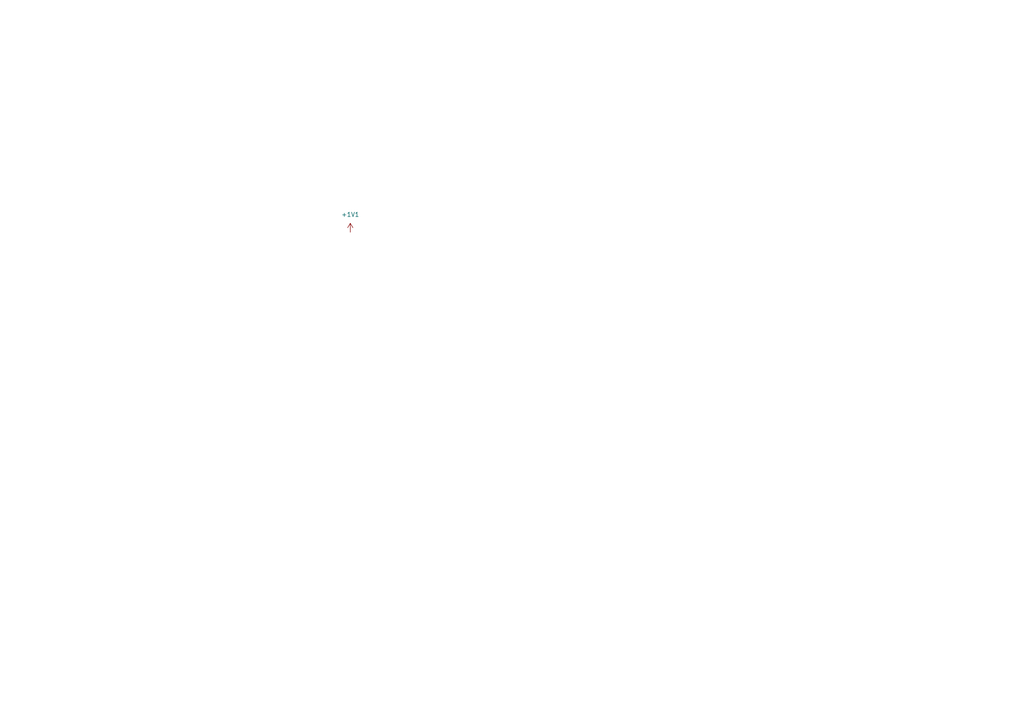
<source format=kicad_sch>
(kicad_sch (version 20231120) (generator "eeschema") (generator_version "8.0")
  (paper "A4")
  (lib_symbols
    (symbol "power:+1V1" (power) (pin_numbers hide) (pin_names (offset 0) hide)
      (property "Value" "+1V1" (at 0 3.556 0))
      (symbol "+1V1_0_1"
        (polyline (pts (xy -0.762 1.27) (xy 0 2.54)))
        (polyline (pts (xy 0 0) (xy 0 2.54)))
        (polyline (pts (xy 0 2.54) (xy 0.762 1.27)))
      )
      (symbol "+1V1_1_1"
        (pin power_in line (at 0 0 90) (length 0) (name "~") (number "1"))
      )
    )
  )
  (symbol (lib_id "power:+1V1") (at 101.6 67.31 0) (unit 1)
    (property "Reference" "#PWR01" (effects (hide yes)))
    (property "Value" "+1V1" (at 101.6 62.23 0))
    (property "Description" "Power symbol creates a global label with name \"+1V1\"" (effects (hide yes)))
  )
)
</source>
